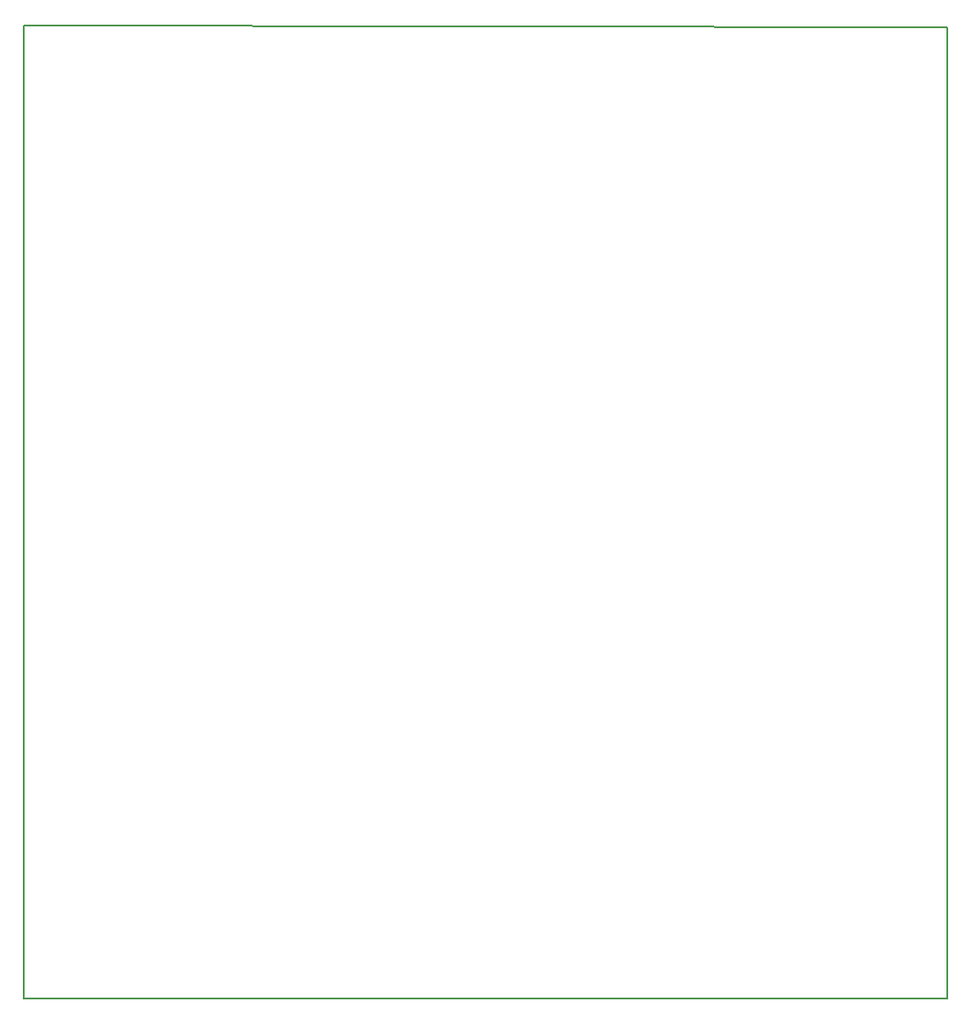
<source format=gbr>
G04 DipTrace 4.3.0.5*
G04 BoardOutline.gbr*
%MOIN*%
G04 #@! TF.FileFunction,Profile*
G04 #@! TF.Part,Single*
%ADD12C,0.005512*%
%FSLAX26Y26*%
G04*
G70*
G90*
G75*
G01*
G04 BoardOutline*
%LPD*%
X393700Y4082439D2*
D12*
X3893700Y4076190D1*
X3893750Y393770D1*
X394100Y393700D1*
X393700Y4082439D1*
M02*

</source>
